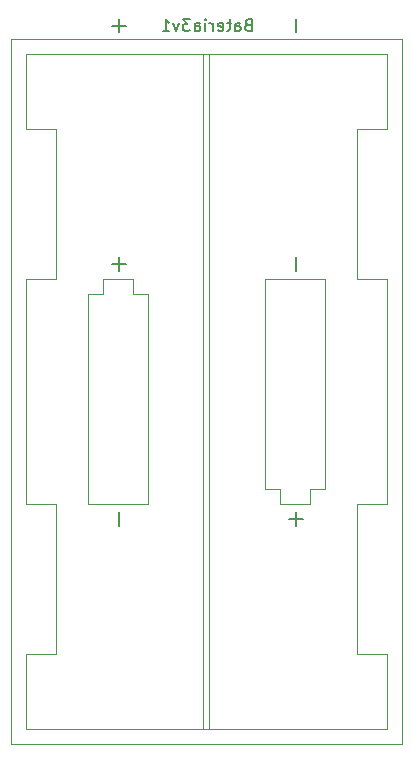
<source format=gbr>
%TF.GenerationSoftware,KiCad,Pcbnew,(5.1.12)-1*%
%TF.CreationDate,2022-05-17T10:57:46-05:00*%
%TF.ProjectId,BMX,424d582e-6b69-4636-9164-5f7063625858,rev?*%
%TF.SameCoordinates,Original*%
%TF.FileFunction,Legend,Bot*%
%TF.FilePolarity,Positive*%
%FSLAX46Y46*%
G04 Gerber Fmt 4.6, Leading zero omitted, Abs format (unit mm)*
G04 Created by KiCad (PCBNEW (5.1.12)-1) date 2022-05-17 10:57:46*
%MOMM*%
%LPD*%
G01*
G04 APERTURE LIST*
%ADD10C,0.120000*%
%ADD11C,0.150000*%
G04 APERTURE END LIST*
D10*
%TO.C,Bateria3v1*%
X44121000Y-92834000D02*
X11001000Y-92834000D01*
X44121000Y-33124000D02*
X44121000Y-92834000D01*
X11001000Y-33124000D02*
X44121000Y-33124000D01*
X11001000Y-92834000D02*
X11001000Y-33124000D01*
X37596000Y-53439000D02*
X32516000Y-53439000D01*
X32516000Y-53439000D02*
X32516000Y-71219000D01*
X32516000Y-71219000D02*
X33786000Y-71219000D01*
X33786000Y-71219000D02*
X33786000Y-72489000D01*
X33786000Y-72489000D02*
X36326000Y-72489000D01*
X36326000Y-72489000D02*
X36326000Y-71219000D01*
X36326000Y-71219000D02*
X37596000Y-71219000D01*
X37596000Y-71219000D02*
X37596000Y-53439000D01*
X18796000Y-72489000D02*
X22606000Y-72489000D01*
X22606000Y-72489000D02*
X22606000Y-54709000D01*
X22606000Y-54709000D02*
X21336000Y-54709000D01*
X21336000Y-54709000D02*
X21336000Y-53439000D01*
X21336000Y-53439000D02*
X18796000Y-53439000D01*
X18796000Y-53439000D02*
X18796000Y-54709000D01*
X18796000Y-54709000D02*
X17526000Y-54709000D01*
X17526000Y-54709000D02*
X17526000Y-72489000D01*
X17526000Y-72489000D02*
X18796000Y-72489000D01*
X27307000Y-34394000D02*
X27307000Y-91564000D01*
X27815000Y-91564000D02*
X27815000Y-34394000D01*
X40311000Y-53439000D02*
X42851000Y-53439000D01*
X42851000Y-53439000D02*
X42851000Y-72489000D01*
X42851000Y-72489000D02*
X40311000Y-72489000D01*
X14811000Y-85189000D02*
X14811000Y-72489000D01*
X14811000Y-72489000D02*
X12271000Y-72489000D01*
X12271000Y-72489000D02*
X12271000Y-53439000D01*
X12271000Y-53439000D02*
X14811000Y-53439000D01*
X40311000Y-85189000D02*
X40311000Y-72489000D01*
X14811000Y-40739000D02*
X14811000Y-53439000D01*
X14811000Y-40739000D02*
X12271000Y-40739000D01*
X12271000Y-40739000D02*
X12271000Y-34394000D01*
X12271000Y-34394000D02*
X42851000Y-34394000D01*
X42851000Y-34394000D02*
X42851000Y-40739000D01*
X42851000Y-40739000D02*
X40311000Y-40739000D01*
X40311000Y-40739000D02*
X40311000Y-53439000D01*
X12271000Y-91564000D02*
X12271000Y-85189000D01*
X12271000Y-85189000D02*
X14811000Y-85189000D01*
X12271000Y-91564000D02*
X42851000Y-91564000D01*
X42851000Y-91564000D02*
X42851000Y-85189000D01*
X42851000Y-85189000D02*
X40311000Y-85189000D01*
D11*
X31114571Y-31932571D02*
X30971714Y-31980190D01*
X30924095Y-32027809D01*
X30876476Y-32123047D01*
X30876476Y-32265904D01*
X30924095Y-32361142D01*
X30971714Y-32408761D01*
X31066952Y-32456380D01*
X31447904Y-32456380D01*
X31447904Y-31456380D01*
X31114571Y-31456380D01*
X31019333Y-31504000D01*
X30971714Y-31551619D01*
X30924095Y-31646857D01*
X30924095Y-31742095D01*
X30971714Y-31837333D01*
X31019333Y-31884952D01*
X31114571Y-31932571D01*
X31447904Y-31932571D01*
X30019333Y-32456380D02*
X30019333Y-31932571D01*
X30066952Y-31837333D01*
X30162190Y-31789714D01*
X30352666Y-31789714D01*
X30447904Y-31837333D01*
X30019333Y-32408761D02*
X30114571Y-32456380D01*
X30352666Y-32456380D01*
X30447904Y-32408761D01*
X30495523Y-32313523D01*
X30495523Y-32218285D01*
X30447904Y-32123047D01*
X30352666Y-32075428D01*
X30114571Y-32075428D01*
X30019333Y-32027809D01*
X29686000Y-31789714D02*
X29305047Y-31789714D01*
X29543142Y-31456380D02*
X29543142Y-32313523D01*
X29495523Y-32408761D01*
X29400285Y-32456380D01*
X29305047Y-32456380D01*
X28590761Y-32408761D02*
X28686000Y-32456380D01*
X28876476Y-32456380D01*
X28971714Y-32408761D01*
X29019333Y-32313523D01*
X29019333Y-31932571D01*
X28971714Y-31837333D01*
X28876476Y-31789714D01*
X28686000Y-31789714D01*
X28590761Y-31837333D01*
X28543142Y-31932571D01*
X28543142Y-32027809D01*
X29019333Y-32123047D01*
X28114571Y-32456380D02*
X28114571Y-31789714D01*
X28114571Y-31980190D02*
X28066952Y-31884952D01*
X28019333Y-31837333D01*
X27924095Y-31789714D01*
X27828857Y-31789714D01*
X27495523Y-32456380D02*
X27495523Y-31789714D01*
X27495523Y-31456380D02*
X27543142Y-31504000D01*
X27495523Y-31551619D01*
X27447904Y-31504000D01*
X27495523Y-31456380D01*
X27495523Y-31551619D01*
X26590761Y-32456380D02*
X26590761Y-31932571D01*
X26638380Y-31837333D01*
X26733619Y-31789714D01*
X26924095Y-31789714D01*
X27019333Y-31837333D01*
X26590761Y-32408761D02*
X26686000Y-32456380D01*
X26924095Y-32456380D01*
X27019333Y-32408761D01*
X27066952Y-32313523D01*
X27066952Y-32218285D01*
X27019333Y-32123047D01*
X26924095Y-32075428D01*
X26686000Y-32075428D01*
X26590761Y-32027809D01*
X26209809Y-31456380D02*
X25590761Y-31456380D01*
X25924095Y-31837333D01*
X25781238Y-31837333D01*
X25686000Y-31884952D01*
X25638380Y-31932571D01*
X25590761Y-32027809D01*
X25590761Y-32265904D01*
X25638380Y-32361142D01*
X25686000Y-32408761D01*
X25781238Y-32456380D01*
X26066952Y-32456380D01*
X26162190Y-32408761D01*
X26209809Y-32361142D01*
X25257428Y-31789714D02*
X25019333Y-32456380D01*
X24781238Y-31789714D01*
X23876476Y-32456380D02*
X24447904Y-32456380D01*
X24162190Y-32456380D02*
X24162190Y-31456380D01*
X24257428Y-31599238D01*
X24352666Y-31694476D01*
X24447904Y-31742095D01*
X35163142Y-31432571D02*
X35163142Y-32575428D01*
X20173142Y-31432571D02*
X20173142Y-32575428D01*
X20744571Y-32004000D02*
X19601714Y-32004000D01*
X35163142Y-51597571D02*
X35163142Y-52740428D01*
X35163142Y-73187571D02*
X35163142Y-74330428D01*
X35734571Y-73759000D02*
X34591714Y-73759000D01*
X20173142Y-51597571D02*
X20173142Y-52740428D01*
X20744571Y-52169000D02*
X19601714Y-52169000D01*
X20173142Y-73187571D02*
X20173142Y-74330428D01*
%TD*%
M02*

</source>
